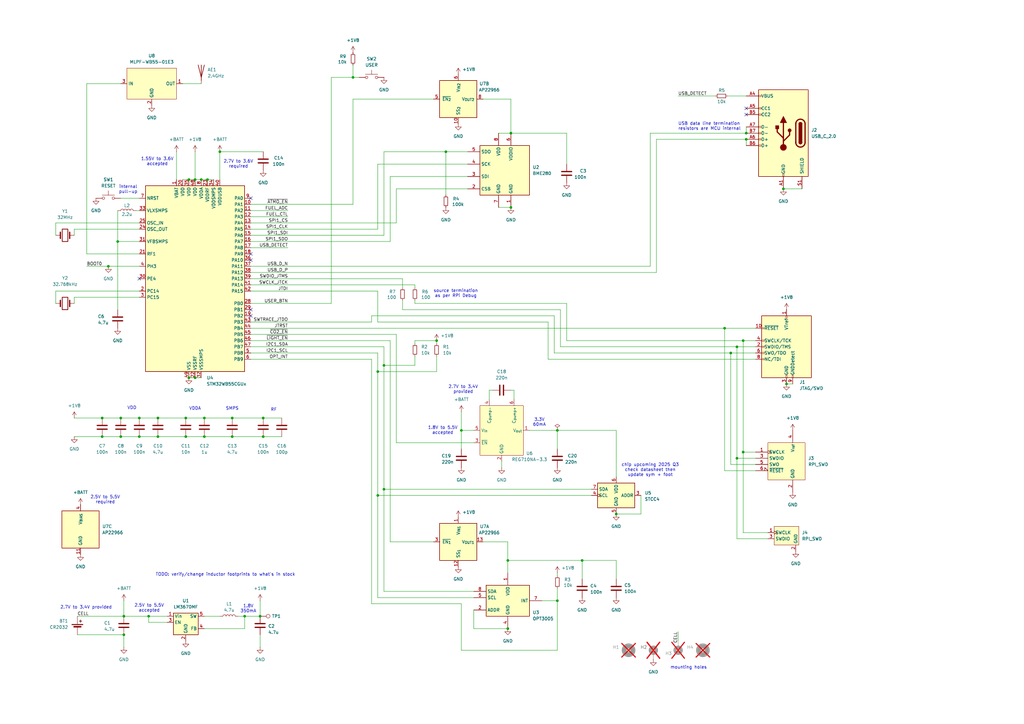
<source format=kicad_sch>
(kicad_sch (version 20250114) (generator "eeschema") (generator_version "9.0")
  (paper "A3")
  (title_block (title "Housens CHPT-L") (date "2025-01-29") (rev "002"))
  (text "SMPS" (at 95.25 167.64 0) (effects (font (size 1.27 1.27))))
  (text "1.8V to 5.5V\naccepted" (at 181.61 176.53 0) (effects (font (size 1.27 1.27))))
  (text "2.7V to 3.6V\nrequired" (at 97.79 67.31 0) (effects (font (size 1.27 1.27))))
  (text "2.5V to 5.5V\naccepted" (at 61.214 249.428 0) (effects (font (size 1.27 1.27))))
  (text "3.3V\n60mA" (at 221.234 173.228 0) (effects (font (size 1.27 1.27))))
  (text "2.7V to 3.4V provided" (at 35.306 249.174 0) (effects (font (size 1.27 1.27))))
  (text "internal\npull-up" (at 52.578 77.724 0) (effects (font (size 1.27 1.27))))
  (text "2.7V to 3.4V\nprovided" (at 189.992 159.766 0) (effects (font (size 1.27 1.27))))
  (text "TODO: verify/change inductor footprints to what's in stock" (at 92.456 235.712 0) (effects (font (size 1.27 1.27))))
  (text "1.8V\n350mA" (at 101.854 249.682 0) (effects (font (size 1.27 1.27))))
  (text "source termination\nas per RPi Debug" (at 186.944 120.396 0) (effects (font (size 1.27 1.27))))
  (text "mounting holes" (at 282.448 273.812 0) (effects (font (size 1.27 1.27))))
  (text "USB data line termination \nresistors are MCU internal" (at 278.13 51.816 0) (effects (font (size 1.27 1.27)) (justify left)))
  (text "chip upcoming 2025 Q3\ncheck datasheet then\nupdate sym + foot" (at 266.7 192.786 0) (effects (font (size 1.27 1.27))))
  (text "2.5V to 5.5V\nrequired" (at 43.18 204.978 0) (effects (font (size 1.27 1.27))))
  (text "RF" (at 112.268 168.148 0) (effects (font (size 1.27 1.27))))
  (text "VDDA" (at 80.01 167.64 0) (effects (font (size 1.27 1.27))))
  (text "VDD" (at 54.102 167.386 0) (effects (font (size 1.27 1.27))))
  (text "1.55V to 3.6V\naccepted" (at 64.516 66.294 0) (effects (font (size 1.27 1.27))))
  (junction (at 107.95 171.45))
  (junction (at 80.01 73.66))
  (junction (at 100.33 252.73))
  (junction (at 228.6 246.38))
  (junction (at 49.53 179.07))
  (junction (at 41.91 171.45))
  (junction (at 302.26 187.96))
  (junction (at 299.72 144.78))
  (junction (at 106.68 252.73))
  (junction (at 49.53 171.45))
  (junction (at 83.82 171.45))
  (junction (at 321.31 77.47))
  (junction (at 297.18 134.62))
  (junction (at 306.07 54.61))
  (junction (at 64.77 171.45))
  (junction (at 208.28 229.87))
  (junction (at 60.96 252.73))
  (junction (at 189.23 176.53))
  (junction (at 252.73 210.82))
  (junction (at 80.01 154.94))
  (junction (at 64.77 179.07))
  (junction (at 302.26 142.24))
  (junction (at 157.48 200.66))
  (junction (at 208.28 257.81))
  (junction (at 157.48 149.86))
  (junction (at 306.07 57.15))
  (junction (at 57.15 171.45))
  (junction (at 304.8 185.42))
  (junction (at 95.25 179.07))
  (junction (at 77.47 73.66))
  (junction (at 76.2 171.45))
  (junction (at 154.94 203.2))
  (junction (at 50.8 252.73))
  (junction (at 107.95 179.07))
  (junction (at 41.91 179.07))
  (junction (at 50.8 260.35))
  (junction (at 209.55 54.61))
  (junction (at 82.55 73.66))
  (junction (at 83.82 179.07))
  (junction (at 77.47 154.94))
  (junction (at 304.8 139.7))
  (junction (at 238.76 229.87))
  (junction (at 182.88 62.23))
  (junction (at 57.15 179.07))
  (junction (at 179.07 139.7))
  (junction (at 48.26 99.06))
  (junction (at 209.55 85.09))
  (junction (at 144.78 31.75))
  (junction (at 44.45 109.22))
  (junction (at 85.09 73.66))
  (junction (at 95.25 171.45))
  (junction (at 228.6 176.53))
  (junction (at 90.17 62.23))
  (junction (at 154.94 152.4))
  (junction (at 76.2 179.07))
  (junction (at 322.58 157.48))
  (no_connect (at 102.87 129.54))
  (no_connect (at 102.87 106.68))
  (no_connect (at 306.07 46.99))
  (no_connect (at 102.87 127))
  (no_connect (at 57.15 114.3))
  (no_connect (at 306.07 44.45))
  (no_connect (at 102.87 104.14))
  (no_connect (at 102.87 81.28))
  (wire (pts (xy 102.87 124.46) (xy 135.89 124.46)))
  (wire (pts (xy 170.18 123.19) (xy 170.18 124.46)))
  (wire (pts (xy 170.18 139.7) (xy 179.07 139.7)))
  (wire (pts (xy 154.94 203.2) (xy 242.57 203.2)))
  (wire (pts (xy 80.01 73.66) (xy 82.55 73.66)))
  (wire (pts (xy 106.68 246.38) (xy 106.68 252.73)))
  (wire (pts (xy 77.47 73.66) (xy 80.01 73.66)))
  (wire (pts (xy 35.56 104.14) (xy 35.56 34.29)))
  (wire (pts (xy 229.87 142.24) (xy 302.26 142.24)))
  (wire (pts (xy 49.53 171.45) (xy 57.15 171.45)))
  (wire (pts (xy 102.87 147.32) (xy 152.4 147.32)))
  (wire (pts (xy 299.72 190.5) (xy 299.72 144.78)))
  (wire (pts (xy 189.23 247.65) (xy 189.23 266.7)))
  (wire (pts (xy 102.87 86.36) (xy 118.11 86.36)))
  (wire (pts (xy 154.94 144.78) (xy 154.94 152.4)))
  (wire (pts (xy 162.56 181.61) (xy 194.31 181.61)))
  (wire (pts (xy 35.56 109.22) (xy 44.45 109.22)))
  (wire (pts (xy 160.02 99.06) (xy 160.02 72.39)))
  (wire (pts (xy 102.87 132.08) (xy 152.4 132.08)))
  (wire (pts (xy 102.87 93.98) (xy 154.94 93.98)))
  (wire (pts (xy 209.55 160.02) (xy 210.82 160.02)))
  (wire (pts (xy 80.01 154.94) (xy 82.55 154.94)))
  (wire (pts (xy 208.28 222.25) (xy 208.28 229.87)))
  (wire (pts (xy 107.95 171.45) (xy 115.57 171.45)))
  (wire (pts (xy 154.94 245.11) (xy 194.31 245.11)))
  (wire (pts (xy 224.79 147.32) (xy 309.88 147.32)))
  (wire (pts (xy 102.87 139.7) (xy 160.02 139.7)))
  (wire (pts (xy 57.15 179.07) (xy 64.77 179.07)))
  (wire (pts (xy 297.18 134.62) (xy 309.88 134.62)))
  (wire (pts (xy 160.02 72.39) (xy 191.77 72.39)))
  (wire (pts (xy 157.48 142.24) (xy 157.48 149.86)))
  (wire (pts (xy 82.55 73.66) (xy 85.09 73.66)))
  (wire (pts (xy 144.78 40.64) (xy 177.8 40.64)))
  (wire (pts (xy 179.07 146.05) (xy 179.07 152.4)))
  (wire (pts (xy 269.24 57.15) (xy 306.07 57.15)))
  (wire (pts (xy 144.78 40.64) (xy 144.78 83.82)))
  (wire (pts (xy 154.94 132.08) (xy 224.79 132.08)))
  (wire (pts (xy 147.32 31.75) (xy 144.78 31.75)))
  (wire (pts (xy 30.48 171.45) (xy 41.91 171.45)))
  (wire (pts (xy 304.8 185.42) (xy 304.8 139.7)))
  (wire (pts (xy 160.02 222.25) (xy 160.02 139.7)))
  (wire (pts (xy 170.18 124.46) (xy 232.41 124.46)))
  (wire (pts (xy 144.78 83.82) (xy 102.87 83.82)))
  (wire (pts (xy 262.89 210.82) (xy 252.73 210.82)))
  (wire (pts (xy 182.88 62.23) (xy 182.88 80.01)))
  (wire (pts (xy 157.48 242.57) (xy 194.31 242.57)))
  (wire (pts (xy 299.72 144.78) (xy 309.88 144.78)))
  (wire (pts (xy 77.47 154.94) (xy 80.01 154.94)))
  (wire (pts (xy 102.87 96.52) (xy 157.48 96.52)))
  (wire (pts (xy 60.96 255.27) (xy 60.96 252.73)))
  (wire (pts (xy 209.55 40.64) (xy 209.55 54.61)))
  (wire (pts (xy 198.12 40.64) (xy 209.55 40.64)))
  (wire (pts (xy 72.39 62.23) (xy 72.39 73.66)))
  (wire (pts (xy 83.82 179.07) (xy 95.25 179.07)))
  (wire (pts (xy 64.77 171.45) (xy 76.2 171.45)))
  (wire (pts (xy 102.87 101.6) (xy 118.11 101.6)))
  (wire (pts (xy 83.82 171.45) (xy 95.25 171.45)))
  (wire (pts (xy 227.33 144.78) (xy 299.72 144.78)))
  (wire (pts (xy 30.48 93.98) (xy 30.48 96.52)))
  (wire (pts (xy 194.31 176.53) (xy 189.23 176.53)))
  (wire (pts (xy 50.8 252.73) (xy 60.96 252.73)))
  (wire (pts (xy 64.77 179.07) (xy 76.2 179.07)))
  (wire (pts (xy 22.86 119.38) (xy 22.86 124.46)))
  (wire (pts (xy 165.1 114.3) (xy 165.1 118.11)))
  (wire (pts (xy 252.73 176.53) (xy 252.73 195.58)))
  (wire (pts (xy 74.93 34.29) (xy 82.55 34.29)))
  (wire (pts (xy 154.94 67.31) (xy 191.77 67.31)))
  (wire (pts (xy 179.07 152.4) (xy 154.94 152.4)))
  (wire (pts (xy 297.18 193.04) (xy 297.18 134.62)))
  (wire (pts (xy 162.56 91.44) (xy 162.56 77.47)))
  (wire (pts (xy 85.09 73.66) (xy 87.63 73.66)))
  (wire (pts (xy 60.96 255.27) (xy 68.58 255.27)))
  (wire (pts (xy 162.56 77.47) (xy 191.77 77.47)))
  (wire (pts (xy 30.48 121.92) (xy 57.15 121.92)))
  (wire (pts (xy 44.45 109.22) (xy 57.15 109.22)))
  (wire (pts (xy 102.87 137.16) (xy 162.56 137.16)))
  (wire (pts (xy 210.82 160.02) (xy 210.82 163.83)))
  (wire (pts (xy 41.91 179.07) (xy 49.53 179.07)))
  (wire (pts (xy 50.8 246.38) (xy 50.8 252.73)))
  (wire (pts (xy 194.31 250.19) (xy 194.31 257.81)))
  (wire (pts (xy 238.76 237.49) (xy 238.76 229.87)))
  (wire (pts (xy 204.47 54.61) (xy 209.55 54.61)))
  (wire (pts (xy 204.47 85.09) (xy 209.55 85.09)))
  (wire (pts (xy 157.48 200.66) (xy 242.57 200.66)))
  (wire (pts (xy 227.33 129.54) (xy 227.33 144.78)))
  (wire (pts (xy 182.88 62.23) (xy 191.77 62.23)))
  (wire (pts (xy 102.87 119.38) (xy 154.94 119.38)))
  (wire (pts (xy 322.58 157.48) (xy 325.12 157.48)))
  (wire (pts (xy 154.94 93.98) (xy 154.94 67.31)))
  (wire (pts (xy 30.48 179.07) (xy 41.91 179.07)))
  (wire (pts (xy 170.18 139.7) (xy 170.18 140.97)))
  (wire (pts (xy 152.4 247.65) (xy 189.23 247.65)))
  (wire (pts (xy 309.88 185.42) (xy 304.8 185.42)))
  (wire (pts (xy 228.6 234.95) (xy 228.6 236.22)))
  (wire (pts (xy 304.8 139.7) (xy 309.88 139.7)))
  (wire (pts (xy 309.88 190.5) (xy 299.72 190.5)))
  (wire (pts (xy 321.31 77.47) (xy 328.93 77.47)))
  (wire (pts (xy 90.17 62.23) (xy 107.95 62.23)))
  (wire (pts (xy 48.26 99.06) (xy 48.26 86.36)))
  (wire (pts (xy 278.13 259.08) (xy 278.13 262.89)))
  (wire (pts (xy 170.18 116.84) (xy 170.18 118.11)))
  (wire (pts (xy 208.28 229.87) (xy 208.28 234.95)))
  (wire (pts (xy 83.82 252.73) (xy 90.17 252.73)))
  (wire (pts (xy 314.96 218.44) (xy 304.8 218.44)))
  (wire (pts (xy 232.41 54.61) (xy 209.55 54.61)))
  (wire (pts (xy 157.48 200.66) (xy 157.48 242.57)))
  (wire (pts (xy 144.78 26.67) (xy 144.78 31.75)))
  (wire (pts (xy 57.15 99.06) (xy 48.26 99.06)))
  (wire (pts (xy 48.26 99.06) (xy 48.26 127)))
  (wire (pts (xy 232.41 67.31) (xy 232.41 54.61)))
  (wire (pts (xy 228.6 176.53) (xy 228.6 184.15)))
  (wire (pts (xy 154.94 152.4) (xy 154.94 203.2)))
  (wire (pts (xy 102.87 134.62) (xy 297.18 134.62)))
  (wire (pts (xy 102.87 111.76) (xy 269.24 111.76)))
  (wire (pts (xy 200.66 163.83) (xy 200.66 160.02)))
  (wire (pts (xy 106.68 252.73) (xy 100.33 252.73)))
  (wire (pts (xy 262.89 203.2) (xy 262.89 210.82)))
  (wire (pts (xy 232.41 139.7) (xy 304.8 139.7)))
  (wire (pts (xy 76.2 171.45) (xy 83.82 171.45)))
  (wire (pts (xy 135.89 31.75) (xy 135.89 124.46)))
  (wire (pts (xy 157.48 62.23) (xy 182.88 62.23)))
  (wire (pts (xy 309.88 187.96) (xy 302.26 187.96)))
  (wire (pts (xy 95.25 171.45) (xy 107.95 171.45)))
  (wire (pts (xy 269.24 111.76) (xy 269.24 57.15)))
  (wire (pts (xy 306.07 57.15) (xy 306.07 59.69)))
  (wire (pts (xy 266.7 54.61) (xy 306.07 54.61)))
  (wire (pts (xy 222.25 246.38) (xy 228.6 246.38)))
  (wire (pts (xy 102.87 99.06) (xy 160.02 99.06)))
  (wire (pts (xy 189.23 176.53) (xy 189.23 184.15)))
  (wire (pts (xy 208.28 229.87) (xy 238.76 229.87)))
  (wire (pts (xy 57.15 171.45) (xy 64.77 171.45)))
  (wire (pts (xy 302.26 187.96) (xy 302.26 142.24)))
  (wire (pts (xy 22.86 91.44) (xy 22.86 96.52)))
  (wire (pts (xy 35.56 34.29) (xy 49.53 34.29)))
  (wire (pts (xy 228.6 246.38) (xy 228.6 241.3)))
  (wire (pts (xy 157.48 149.86) (xy 157.48 200.66)))
  (wire (pts (xy 157.48 96.52) (xy 157.48 62.23)))
  (wire (pts (xy 102.87 91.44) (xy 162.56 91.44)))
  (wire (pts (xy 314.96 220.98) (xy 302.26 220.98)))
  (wire (pts (xy 80.01 62.23) (xy 80.01 73.66)))
  (wire (pts (xy 102.87 88.9) (xy 118.11 88.9)))
  (wire (pts (xy 22.86 91.44) (xy 57.15 91.44)))
  (wire (pts (xy 306.07 52.07) (xy 306.07 54.61)))
  (wire (pts (xy 106.68 260.35) (xy 106.68 265.43)))
  (wire (pts (xy 30.48 124.46) (xy 30.48 121.92)))
  (wire (pts (xy 228.6 176.53) (xy 252.73 176.53)))
  (wire (pts (xy 224.79 132.08) (xy 224.79 147.32)))
  (wire (pts (xy 107.95 179.07) (xy 115.57 179.07)))
  (wire (pts (xy 189.23 176.53) (xy 189.23 168.91)))
  (wire (pts (xy 194.31 257.81) (xy 208.28 257.81)))
  (wire (pts (xy 154.94 203.2) (xy 154.94 245.11)))
  (wire (pts (xy 90.17 62.23) (xy 90.17 73.66)))
  (wire (pts (xy 31.75 260.35) (xy 50.8 260.35)))
  (wire (pts (xy 152.4 147.32) (xy 152.4 247.65)))
  (wire (pts (xy 304.8 218.44) (xy 304.8 185.42)))
  (wire (pts (xy 229.87 127) (xy 229.87 142.24)))
  (wire (pts (xy 266.7 109.22) (xy 266.7 54.61)))
  (wire (pts (xy 100.33 257.81) (xy 100.33 252.73)))
  (wire (pts (xy 102.87 114.3) (xy 165.1 114.3)))
  (wire (pts (xy 60.96 252.73) (xy 68.58 252.73)))
  (wire (pts (xy 165.1 127) (xy 229.87 127)))
  (wire (pts (xy 102.87 116.84) (xy 170.18 116.84)))
  (wire (pts (xy 35.56 104.14) (xy 57.15 104.14)))
  (wire (pts (xy 83.82 257.81) (xy 100.33 257.81)))
  (wire (pts (xy 49.53 179.07) (xy 57.15 179.07)))
  (wire (pts (xy 49.53 81.28) (xy 57.15 81.28)))
  (wire (pts (xy 298.45 39.37) (xy 306.07 39.37)))
  (wire (pts (xy 252.73 237.49) (xy 252.73 229.87)))
  (wire (pts (xy 31.75 252.73) (xy 50.8 252.73)))
  (wire (pts (xy 160.02 222.25) (xy 177.8 222.25)))
  (wire (pts (xy 252.73 229.87) (xy 238.76 229.87)))
  (wire (pts (xy 102.87 109.22) (xy 266.7 109.22)))
  (wire (pts (xy 102.87 142.24) (xy 157.48 142.24)))
  (wire (pts (xy 102.87 144.78) (xy 154.94 144.78)))
  (wire (pts (xy 293.37 39.37) (xy 278.13 39.37)))
  (wire (pts (xy 302.26 142.24) (xy 309.88 142.24)))
  (wire (pts (xy 22.86 119.38) (xy 57.15 119.38)))
  (wire (pts (xy 232.41 124.46) (xy 232.41 139.7)))
  (wire (pts (xy 55.88 86.36) (xy 57.15 86.36)))
  (wire (pts (xy 165.1 123.19) (xy 165.1 127)))
  (wire (pts (xy 170.18 146.05) (xy 170.18 149.86)))
  (wire (pts (xy 154.94 132.08) (xy 154.94 119.38)))
  (wire (pts (xy 205.74 191.77) (xy 205.74 189.23)))
  (wire (pts (xy 179.07 139.7) (xy 179.07 140.97)))
  (wire (pts (xy 228.6 266.7) (xy 228.6 246.38)))
  (wire (pts (xy 217.17 176.53) (xy 228.6 176.53)))
  (wire (pts (xy 189.23 266.7) (xy 228.6 266.7)))
  (wire (pts (xy 41.91 171.45) (xy 49.53 171.45)))
  (wire (pts (xy 162.56 137.16) (xy 162.56 181.61)))
  (wire (pts (xy 200.66 160.02) (xy 201.93 160.02)))
  (wire (pts (xy 302.26 220.98) (xy 302.26 187.96)))
  (wire (pts (xy 144.78 31.75) (xy 135.89 31.75)))
  (wire (pts (xy 74.93 73.66) (xy 77.47 73.66)))
  (wire (pts (xy 152.4 129.54) (xy 227.33 129.54)))
  (wire (pts (xy 198.12 222.25) (xy 208.28 222.25)))
  (wire (pts (xy 76.2 179.07) (xy 83.82 179.07)))
  (wire (pts (xy 50.8 260.35) (xy 50.8 265.43)))
  (wire (pts (xy 309.88 193.04) (xy 297.18 193.04)))
  (wire (pts (xy 95.25 179.07) (xy 107.95 179.07)))
  (wire (pts (xy 30.48 93.98) (xy 57.15 93.98)))
  (wire (pts (xy 157.48 149.86) (xy 170.18 149.86)))
  (wire (pts (xy 152.4 129.54) (xy 152.4 132.08)))
  (wire (pts (xy 100.33 252.73) (xy 97.79 252.73)))
  (label "JTDI" (at 118.11 119.38 180))
  (label "USB_DETECT" (at 278.13 39.37 0))
  (label "USER_BTN" (at 118.11 124.46 180))
  (label "~{CO2_EN}" (at 118.11 137.16 180))
  (label "FUEL_ADC" (at 118.11 86.36 180))
  (label "USB_DETECT" (at 118.11 101.6 180))
  (label "BOOT0" (at 35.56 109.22 0))
  (label "I2C1_SCL" (at 118.11 144.78 180))
  (label "SPI1_SDO" (at 118.11 99.06 180))
  (label "SWDIO_JTMS" (at 118.11 114.3 180))
  (label "USB_D_N" (at 118.11 109.22 180))
  (label "~{LIGHT_EN}" (at 118.11 139.7 180))
  (label "CELL" (at 31.75 252.73 0))
  (label "FUEL_CTL" (at 118.11 88.9 180))
  (label "SPI1_CS" (at 118.11 91.44 180))
  (label "USB_D_P" (at 118.11 111.76 180))
  (label "SWCLK_JTCK" (at 118.11 116.84 180))
  (label "SPI1_SDI" (at 118.11 96.52 180))
  (label "SPI1_CLK" (at 118.11 93.98 180))
  (label "CELL" (at 278.13 259.08 270))
  (label "I2C1_SDA" (at 118.11 142.24 180))
  (label "OPT_INT" (at 118.11 147.32 180))
  (label "~{ATMO_EN}" (at 118.11 83.82 180))
  (label "JTRST" (at 118.11 134.62 180))
  (label "SWTRACE_JTDO" (at 118.11 132.08 180))
  (symbol (lib_id "power:GND") (at 187.96 232.41 0) (unit 1)
    (property "Reference" "#PWR07" (effects (hide yes)))
    (property "Value" "GND" (at 187.96 237.49 0))
    (property "Description" "Power symbol creates a global label with name \"GND\" , ground" (effects (hide yes)))
  )
  (symbol (lib_id "MCU_ST_STM32WB:STM32WB55CGUx") (at 80.01 114.3 0) (unit 1)
    (property "Reference" "U4" (at 84.7441 154.94 0) (effects (justify left)))
    (property "Value" "STM32WB55CGUx" (at 84.7441 157.48 0) (effects (justify left)))
    (property "Footprint" "Package_DFN_QFN:QFN-48-1EP_7x7mm_P0.5mm_EP3.5x3.5mm" (effects (hide yes)))
    (property "Datasheet" "https://www.st.com/resource/en/datasheet/stm32wb55cg.pdf" (effects (hide yes)))
    (property "Description" "STMicroelectronics Arm Cortex-M4 MCU, 1024KB flash, 256KB RAM, 64 MHz, 1.71-3.6V, 30 GPIO, UFQFPN48" (effects (hide yes)))
  )
  (symbol (lib_id "Device:C") (at 48.26 130.81 0) (unit 1)
    (property "Reference" "C6" (at 40.132 129.794 0) (effects (justify left)))
    (property "Value" "4.7u" (at 40.132 132.334 0) (effects (justify left)))
    (property "Footprint" "Capacitor_SMD:C_0603_1608Metric" (effects (hide yes)))
    (property "Description" "Unpolarized capacitor" (effects (hide yes)))
  )
  (symbol (lib_id "Connector:USB_C_Receptacle_USB2.0_14P") (at 321.31 54.61 0) (mirror y) (unit 1)
    (property "Reference" "J2" (at 332.74 53.3399 0) (effects (justify right)))
    (property "Value" "USB_C_2.0" (at 332.74 55.8799 0) (effects (justify right)))
    (property "Footprint" "Connector_USB:USB_C_Receptacle_GCT_USB4085" (effects (hide yes)))
    (property "Datasheet" "https://www.usb.org/sites/default/files/documents/usb_type-c.zip" (effects (hide yes)))
    (property "Description" "USB 2.0-only 14P Type-C Receptacle connector" (effects (hide yes)))
  )
  (symbol (lib_id "power:GND") (at 157.48 31.75 0) (mirror y) (unit 1)
    (property "Reference" "#PWR032" (effects (hide yes)))
    (property "Value" "GND" (at 157.48 36.83 0))
    (property "Description" "Power symbol creates a global label with name \"GND\" , ground" (effects (hide yes)))
  )
  (symbol (lib_id "Device:Crystal") (at 26.67 124.46 0) (unit 1)
    (property "Reference" "Y2" (at 26.67 114.046 0))
    (property "Value" "32.768kHz" (at 26.67 116.586 0))
    (property "Footprint" "Crystal:Crystal_C38-LF_D3.0mm_L8.0mm_Horizontal" (effects (hide yes)))
    (property "Description" "Two pin crystal" (effects (hide yes)))
  )
  (symbol (lib_id "PCM_OPT3005DTSR:OPT3005DTSR") (at 222.25 242.57 0) (mirror y) (unit 1)
    (property "Reference" "U3" (at 218.44 251.206 0) (effects (justify right)))
    (property "Value" "OPT3005" (at 218.44 253.746 0) (effects (justify right)))
    (property "Footprint" "Imported:OPT3005DTSR" (effects (hide yes)))
    (property "Datasheet" "https://www.ti.com/lit/ds/symlink/opt3005.pdf?ts=1686089569582" (effects (hide yes)))
    (property "Description" "Ambient Light Sensors Ambient light sensor (ALS) for video surveillance cameras 8-SOT-5X3 -40 to 85" (effects (hide yes)))
    (property "Height" "0.6" (effects (hide yes)))
    (property "Manufacturer_Name" "Texas Instruments" (effects (hide yes)))
    (property "Manufacturer_Part_Number" "OPT3005DTSR" (effects (hide yes)))
    (property "Mouser Part Number" "595-OPT3005DTSR" (effects (hide yes)))
    (property "Mouser Price/Stock" "https://www.mouser.co.uk/ProductDetail/Texas-Instruments/OPT3005DTSR?qs=rQFj71Wb1eVESsetj%252BR9Tg%3D%3D" (effects (hide yes)))
    (property "Arrow Part Number" "OPT3005DTSR" (effects (hide yes)))
    (property "Arrow Price/Stock" "null?region=nac" (effects (hide yes)))
  )
  (symbol (lib_id "Device:R_Small") (at 179.07 143.51 0) (unit 1)
    (property "Reference" "R1" (at 181.61 142.2399 0) (effects (justify left)))
    (property "Value" "10k" (at 181.61 144.7799 0) (effects (justify left)))
    (property "Footprint" "Resistor_SMD:R_0603_1608Metric" (effects (hide yes)))
    (property "Description" "Resistor, small symbol" (effects (hide yes)))
  )
  (symbol (lib_id "Device:C") (at 107.95 66.04 0) (mirror y) (unit 1)
    (property "Reference" "C14" (at 114.3 64.77 0))
    (property "Value" "100n" (at 114.3 67.31 0))
    (property "Footprint" "Capacitor_SMD:C_0603_1608Metric" (effects (hide yes)))
    (property "Description" "Unpolarized capacitor" (effects (hide yes)))
  )
  (symbol (lib_id "PCM_SL_Mechanical:MountingHole_M3") (at 257.81 266.7 0) (mirror y) (unit 1) (dnp yes)
    (property "Reference" "H1" (at 254 265.4299 0) (effects (justify left)))
    (property "Value" "MountingHole_M3" (effects (hide yes)))
    (property "Footprint" "MountingHole:MountingHole_3.2mm_M3" (effects (hide yes)))
    (property "Description" "3.2mm Diameter Mounting Hole (M3)" (effects (hide yes)))
  )
  (symbol (lib_id "Device:C") (at 232.41 71.12 0) (mirror y) (unit 1)
    (property "Reference" "C3" (at 240.538 70.104 0) (effects (justify left)))
    (property "Value" "100n" (at 240.538 72.644 0) (effects (justify left)))
    (property "Footprint" "Capacitor_SMD:C_0603_1608Metric" (effects (hide yes)))
    (property "Description" "Unpolarized capacitor" (effects (hide yes)))
  )
  (symbol (lib_id "power:GND") (at 77.47 154.94 0) (unit 1)
    (property "Reference" "#PWR016" (effects (hide yes)))
    (property "Value" "GND" (at 77.47 160.02 0))
    (property "Description" "Power symbol creates a global label with name \"GND\" , ground" (effects (hide yes)))
  )
  (symbol (lib_id "power:GND") (at 321.31 77.47 0) (unit 1)
    (property "Reference" "#PWR026" (effects (hide yes)))
    (property "Value" "GND" (at 321.31 82.55 0))
    (property "Description" "Power symbol creates a global label with name \"GND\" , ground" (effects (hide yes)))
  )
  (symbol (lib_id "Device:C") (at 252.73 241.3 0) (mirror y) (unit 1)
    (property "Reference" "C5" (at 256.032 240.03 0) (effects (justify right)))
    (property "Value" "100n" (at 256.032 242.57 0) (effects (justify right)))
    (property "Footprint" "Capacitor_SMD:C_0603_1608Metric" (effects (hide yes)))
    (property "Description" "Unpolarized capacitor" (effects (hide yes)))
  )
  (symbol (lib_id "Device:C") (at 49.53 175.26 0) (mirror y) (unit 1)
    (property "Reference" "C8" (at 49.53 182.88 0))
    (property "Value" "100n" (at 49.53 185.42 0))
    (property "Footprint" "Capacitor_SMD:C_0603_1608Metric" (effects (hide yes)))
    (property "Description" "Unpolarized capacitor" (effects (hide yes)))
  )
  (symbol (lib_id "Device:Crystal") (at 26.67 96.52 0) (unit 1)
    (property "Reference" "Y1" (at 26.67 86.614 0))
    (property "Value" "32MHz" (at 26.67 89.154 0))
    (property "Footprint" "Crystal:Crystal_C38-LF_D3.0mm_L8.0mm_Horizontal" (effects (hide yes)))
    (property "Description" "Two pin crystal" (effects (hide yes)))
  )
  (symbol (lib_id "power:GND") (at 252.73 210.82 0) (unit 1)
    (property "Reference" "#PWR035" (effects (hide yes)))
    (property "Value" "GND" (at 252.73 215.9 0))
    (property "Description" "Power symbol creates a global label with name \"GND\" , ground" (effects (hide yes)))
  )
  (symbol (lib_id "power:+1V8") (at 187.96 30.48 0) (unit 1)
    (property "Reference" "#PWR031" (effects (hide yes)))
    (property "Value" "+1V8" (at 192.278 28.448 0))
    (property "Description" "Power symbol creates a global label with name \"+1V8\"" (effects (hide yes)))
  )
  (symbol (lib_id "Device:C") (at 50.8 256.54 0) (unit 1)
    (property "Reference" "C1" (at 42.672 255.524 0) (effects (justify left)))
    (property "Value" "4.7u" (at 42.672 258.064 0) (effects (justify left)))
    (property "Footprint" "Capacitor_SMD:C_0603_1608Metric" (effects (hide yes)))
    (property "Description" "Unpolarized capacitor" (effects (hide yes)))
  )
  (symbol (lib_id "Invented:RPI_Debug_TC2030") (at 322.58 189.23 0) (unit 1) (in_bom no)
    (property "Reference" "J3" (at 331.47 187.9599 0) (effects (justify left)))
    (property "Value" "RPI_SWD" (at 331.47 190.4999 0) (effects (justify left)))
    (property "Footprint" "Connector:Tag-Connect_TC2030-IDC-NL_2x03_P1.27mm_Vertical" (effects (hide yes)))
    (property "Datasheet" "https://datasheets.raspberrypi.com/debug/debug-connector-specification.pdf" (effects (hide yes)))
    (property "Description" "TC2030 layout for RPi Debug. 1,2,3=same, 4=Vref, 5=SWO, 6=RST" (effects (hide yes)))
  )
  (symbol (lib_id "Device:C") (at 83.82 175.26 0) (mirror y) (unit 1)
    (property "Reference" "C12" (at 83.82 182.88 0))
    (property "Value" "1u" (at 83.82 185.42 0))
    (property "Footprint" "Capacitor_SMD:C_0603_1608Metric" (effects (hide yes)))
    (property "Description" "Unpolarized capacitor" (effects (hide yes)))
  )
  (symbol (lib_id "Device:C") (at 57.15 175.26 0) (mirror y) (unit 1)
    (property "Reference" "C9" (at 57.15 182.88 0))
    (property "Value" "100n" (at 57.15 185.42 0))
    (property "Footprint" "Capacitor_SMD:C_0603_1608Metric" (effects (hide yes)))
    (property "Description" "Unpolarized capacitor" (effects (hide yes)))
  )
  (symbol (lib_id "power:GND") (at 30.48 179.07 0) (unit 1)
    (property "Reference" "#PWR021" (effects (hide yes)))
    (property "Value" "GND" (at 30.48 184.15 0))
    (property "Description" "Power symbol creates a global label with name \"GND\" , ground" (effects (hide yes)))
  )
  (symbol (lib_id "Switch:SW_Push") (at 152.4 31.75 0) (mirror y) (unit 1)
    (property "Reference" "SW2" (at 152.4 24.13 0))
    (property "Value" "USER" (at 152.4 26.67 0))
    (property "Footprint" "Button_Switch_THT:SW_PUSH_6mm" (effects (hide yes)))
    (property "Description" "Push button switch, generic, two pins" (effects (hide yes)))
  )
  (symbol (lib_id "power:PWR_FLAG") (at 228.6 176.53 0) (unit 1)
    (property "Reference" "#FLG01" (effects (hide yes)))
    (property "Value" "PWR_FLAG" (effects (hide yes)))
    (property "Description" "Special symbol for telling ERC where power comes from" (effects (hide yes)))
  )
  (symbol (lib_id "Regulator_Switching:LM3670MF") (at 76.2 255.27 0) (unit 1)
    (property "Reference" "U1" (at 76.2 246.38 0))
    (property "Value" "LM3670MF" (at 76.2 248.92 0))
    (property "Footprint" "Package_TO_SOT_SMD:TSOT-23-5" (effects (hide yes)))
    (property "Datasheet" "http://www.ti.com/lit/ds/symlink/lm3670.pdf" (effects (hide yes)))
    (property "Description" "Miniature Step-Down DC-DC Converter for Ultralow Voltage Circuits, 2.5V < Vin < 5.5V, adjustable output voltage, SOT-23-5" (effects (hide yes)))
    (property "Part" "LM3670MFX-1.8/NOPB " (effects (hide yes)))
  )
  (symbol (lib_id "Device:C") (at 41.91 175.26 0) (mirror y) (unit 1)
    (property "Reference" "C7" (at 41.91 182.88 0))
    (property "Value" "100n" (at 41.91 185.42 0))
    (property "Footprint" "Capacitor_SMD:C_0603_1608Metric" (effects (hide yes)))
    (property "Description" "Unpolarized capacitor" (effects (hide yes)))
  )
  (symbol (lib_id "power:+1V8") (at 325.12 176.53 0) (unit 1)
    (property "Reference" "#PWR045" (effects (hide yes)))
    (property "Value" "+1V8" (at 325.12 171.45 0))
    (property "Description" "Power symbol creates a global label with name \"+1V8\"" (effects (hide yes)))
  )
  (symbol (lib_id "power:GND") (at 107.95 69.85 0) (unit 1)
    (property "Reference" "#PWR025" (effects (hide yes)))
    (property "Value" "GND" (at 107.95 74.93 0))
    (property "Description" "Power symbol creates a global label with name \"GND\" , ground" (effects (hide yes)))
  )
  (symbol (lib_id "Device:L") (at 93.98 252.73 90) (unit 1)
    (property "Reference" "L1" (at 93.98 247.65 90))
    (property "Value" "4.7u" (at 93.98 250.19 90))
    (property "Footprint" "Imported:L_Wuerth_WE-TPC-2811" (effects (hide yes)))
    (property "Datasheet" "https://www.we-online.com/components/products/datasheet/744028004.pdf" (effects (hide yes)))
    (property "Description" "WE-TPC SMT Shielded Tiny Power Inductor, 4.7uH" (effects (hide yes)))
  )
  (symbol (lib_id "Device:C") (at 95.25 175.26 0) (mirror y) (unit 1)
    (property "Reference" "C13" (at 95.25 182.88 0))
    (property "Value" "4.7u" (at 95.25 185.42 0))
    (property "Footprint" "Capacitor_SMD:C_0603_1608Metric" (effects (hide yes)))
    (property "Description" "Unpolarized capacitor" (effects (hide yes)))
  )
  (symbol (lib_id "power:+1V8") (at 179.07 139.7 0) (unit 1)
    (property "Reference" "#PWR06" (effects (hide yes)))
    (property "Value" "+1V8" (at 183.388 137.668 0))
    (property "Description" "Power symbol creates a global label with name \"+1V8\"" (effects (hide yes)))
  )
  (symbol (lib_id "power:GND") (at 205.74 191.77 0) (unit 1)
    (property "Reference" "#PWR036" (effects (hide yes)))
    (property "Value" "GND" (at 205.74 196.85 0))
    (property "Description" "Power symbol creates a global label with name \"GND\" , ground" (effects (hide yes)))
  )
  (symbol (lib_id "Device:C") (at 115.57 175.26 0) (mirror y) (unit 1)
    (property "Reference" "C16" (at 115.57 182.88 0))
    (property "Value" "100p" (at 115.57 185.42 0))
    (property "Footprint" "Capacitor_SMD:C_0603_1608Metric" (effects (hide yes)))
    (property "Description" "Unpolarized capacitor" (effects (hide yes)))
  )
  (symbol (lib_id "Device:Battery_Cell") (at 31.75 257.81 0) (unit 1)
    (property "Reference" "BT1" (at 27.94 254.6984 0) (effects (justify right)))
    (property "Value" "CR2032" (at 27.94 257.2384 0) (effects (justify right)))
    (property "Footprint" "Invented:BAT-HLD-001_2Pins" (effects (hide yes)))
    (property "Datasheet" "https://www.mouser.com/datasheet/2/418/9/LNNC_S_A0002913840_1-3237435.pdf" (effects (hide yes)))
    (property "Description" "Linx/TE SMT Battery Holder for CR2032/CR2025" (effects (hide yes)))
  )
  (symbol (lib_id "Device:Antenna") (at 82.55 29.21 0) (unit 1)
    (property "Reference" "AE1" (at 85.09 28.5749 0) (effects (justify left)))
    (property "Value" "2.4GHz" (at 85.09 31.1149 0) (effects (justify left)))
    (property "Footprint" "Invented:Texas_SWRA117D_2.4GHz_Right_BigHole" (effects (hide yes)))
    (property "Datasheet" "https://www.ti.com/lit/an/swra117d/swra117d.pdf" (effects (hide yes)))
    (property "Description" "Antenna" (effects (hide yes)))
  )
  (symbol (lib_id "power:GND") (at 252.73 245.11 0) (unit 1)
    (property "Reference" "#PWR012" (effects (hide yes)))
    (property "Value" "GND" (at 252.73 250.19 0))
    (property "Description" "Power symbol creates a global label with name \"GND\" , ground" (effects (hide yes)))
  )
  (symbol (lib_id "Device:C") (at 76.2 175.26 0) (mirror y) (unit 1)
    (property "Reference" "C11" (at 76.2 182.88 0))
    (property "Value" "10n" (at 76.2 185.42 0))
    (property "Footprint" "Capacitor_SMD:C_0603_1608Metric" (effects (hide yes)))
    (property "Description" "Unpolarized capacitor" (effects (hide yes)))
  )
  (symbol (lib_id "Invented:RPI_Debug_JST_SH") (at 322.58 219.71 0) (unit 1)
    (property "Reference" "J4" (at 328.93 218.4399 0) (effects (justify left)))
    (property "Value" "RPI_SWD" (at 328.93 220.9799 0) (effects (justify left)))
    (property "Footprint" "Connector_JST:JST_SH_SM03B-SRSS-TB_1x03-1MP_P1.00mm_Horizontal" (effects (hide yes)))
    (property "Datasheet" "https://datasheets.raspberrypi.com/debug/debug-connector-specification.pdf" (effects (hide yes)))
    (property "Description" "Standard layout for RPi Debug" (effects (hide yes)))
  )
  (symbol (lib_id "Device:R_Small") (at 182.88 82.55 0) (unit 1)
    (property "Reference" "R4" (at 185.674 81.534 0) (effects (justify left)))
    (property "Value" "100k" (at 185.42 83.8199 0) (effects (justify left)))
    (property "Footprint" "Resistor_SMD:R_0603_1608Metric" (effects (hide yes)))
    (property "Description" "Resistor, small symbol" (effects (hide yes)))
  )
  (symbol (lib_id "Device:R_Small") (at 170.18 120.65 0) (unit 1)
    (property "Reference" "R6" (at 172.974 119.634 0) (effects (justify left)))
    (property "Value" "100" (at 172.72 121.9199 0) (effects (justify left)))
    (property "Footprint" "Resistor_SMD:R_0603_1608Metric" (effects (hide yes)))
    (property "Description" "Resistor, small symbol" (effects (hide yes)))
  )
  (symbol (lib_id "power:+1V8") (at 187.96 212.09 0) (unit 1)
    (property "Reference" "#PWR029" (effects (hide yes)))
    (property "Value" "+1V8" (at 192.278 210.058 0))
    (property "Description" "Power symbol creates a global label with name \"+1V8\"" (effects (hide yes)))
  )
  (symbol (lib_id "power:GND") (at 39.37 81.28 0) (unit 1)
    (property "Reference" "#PWR017" (effects (hide yes)))
    (property "Value" "GND" (at 39.37 86.36 0))
    (property "Description" "Power symbol creates a global label with name \"GND\" , ground" (effects (hide yes)))
  )
  (symbol (lib_id "power:GND") (at 209.55 85.09 0) (unit 1)
    (property "Reference" "#PWR010" (effects (hide yes)))
    (property "Value" "GND" (at 209.55 90.17 0))
    (property "Description" "Power symbol creates a global label with name \"GND\" , ground" (effects (hide yes)))
  )
  (symbol (lib_id "Mechanical:MountingHole_Pad") (at 267.97 267.97 0) (unit 1) (exclude_from_sim yes) (in_bom no) (dnp yes)
    (property "Reference" "H2" (at 265.43 265.4299 0) (effects (justify right)))
    (property "Value" "MountingHole_Pad" (effects (hide yes)))
    (property "Footprint" "MountingHole:MountingHole_3.2mm_M3_DIN965_Pad" (effects (hide yes)))
    (property "Description" "Mounting Hole with connection" (effects (hide yes)))
  )
  (symbol (lib_id "Invented:STCC4") (at 252.73 203.2 0) (mirror y) (unit 1)
    (property "Reference" "U5" (at 264.414 202.184 0) (effects (justify right)))
    (property "Value" "STCC4" (at 264.414 204.724 0) (effects (justify right)))
    (property "Footprint" "Invented:STCC4-PROVISIONAL" (effects (hide yes)))
    (property "Datasheet" "https://sensirion.com/products/catalog/STCC4" (effects (hide yes)))
    (property "Description" "Thermal conductivity CO2 sensor, I2C, Base accuracy  400 - 5000 ppm, +/-100ppm" (effects (hide yes)))
  )
  (symbol (lib_id "Device:R_Small") (at 295.91 39.37 90) (unit 1)
    (property "Reference" "R5" (at 294.64 37.0841 90) (effects (justify right)))
    (property "Value" "10k" (at 294.132 41.656 90) (effects (justify right)))
    (property "Footprint" "Resistor_SMD:R_0603_1608Metric" (effects (hide yes)))
    (property "Description" "Resistor, small symbol" (effects (hide yes)))
  )
  (symbol (lib_id "power:GND") (at 62.23 43.18 0) (unit 1)
    (property "Reference" "#PWR042" (effects (hide yes)))
    (property "Value" "GND" (at 62.23 48.26 0))
    (property "Description" "Power symbol creates a global label with name \"GND\" , ground" (effects (hide yes)))
  )
  (symbol (lib_id "power:+1V8") (at 144.78 21.59 0) (mirror y) (unit 1)
    (property "Reference" "#PWR033" (effects (hide yes)))
    (property "Value" "+1V8" (at 144.78 16.51 0))
    (property "Description" "Power symbol creates a global label with name \"+1V8\"" (effects (hide yes)))
  )
  (symbol (lib_id "power:GND") (at 208.28 257.81 0) (unit 1)
    (property "Reference" "#PWR011" (effects (hide yes)))
    (property "Value" "GND" (at 208.28 262.89 0))
    (property "Description" "Power symbol creates a global label with name \"GND\" , ground" (effects (hide yes)))
  )
  (symbol (lib_id "Device:R_Small") (at 228.6 238.76 0) (unit 1)
    (property "Reference" "R3" (at 231.394 237.744 0) (effects (justify left)))
    (property "Value" "10k" (at 231.14 240.0299 0) (effects (justify left)))
    (property "Footprint" "Resistor_SMD:R_0603_1608Metric" (effects (hide yes)))
    (property "Description" "Resistor, small symbol" (effects (hide yes)))
  )
  (symbol (lib_id "power:+1V8") (at 80.01 62.23 0) (unit 1)
    (property "Reference" "#PWR015" (effects (hide yes)))
    (property "Value" "+1V8" (at 80.01 57.15 0))
    (property "Description" "Power symbol creates a global label with name \"+1V8\"" (effects (hide yes)))
  )
  (symbol (lib_id "power:GND") (at 44.45 109.22 0) (unit 1)
    (property "Reference" "#PWR034" (effects (hide yes)))
    (property "Value" "GND" (at 44.45 114.3 0))
    (property "Description" "Power symbol creates a global label with name \"GND\" , ground" (effects (hide yes)))
  )
  (symbol (lib_id "Connector:TestPoint") (at 106.68 252.73 270) (unit 1)
    (property "Reference" "TP1" (at 111.506 252.73 90) (effects (justify left)))
    (property "Value" "TestPoint" (effects (hide yes)))
    (property "Footprint" "TestPoint:TestPoint_Pad_D2.0mm" (effects (hide yes)))
    (property "Description" "test point" (effects (hide yes)))
  )
  (symbol (lib_id "power:GND") (at 322.58 157.48 0) (unit 1)
    (property "Reference" "#PWR022" (effects (hide yes)))
    (property "Value" "GND" (at 322.58 162.56 0))
    (property "Description" "Power symbol creates a global label with name \"GND\" , ground" (effects (hide yes)))
  )
  (symbol (lib_id "Sensor:BME280") (at 207.01 69.85 0) (mirror y) (unit 1)
    (property "Reference" "U2" (at 218.44 68.5799 0) (effects (justify right)))
    (property "Value" "BME280" (at 218.44 71.1199 0) (effects (justify right)))
    (property "Footprint" "Package_LGA:Bosch_LGA-8_2.5x2.5mm_P0.65mm_ClockwisePinNumbering" (effects (hide yes)))
    (property "Datasheet" "https://www.bosch-sensortec.com/media/boschsensortec/downloads/datasheets/bst-bme280-ds002.pdf" (effects (hide yes)))
    (property "Description" "3-in-1 sensor, humidity, pressure, temperature, I2C and SPI interface, 1.71-3.6V, LGA-8" (effects (hide yes)))
  )
  (symbol (lib_id "Mechanical:MountingHole_Pad") (at 278.13 265.43 180) (unit 1) (exclude_from_sim yes) (in_bom no) (dnp yes)
    (property "Reference" "H3" (at 275.59 267.9701 0) (effects (justify left)))
    (property "Value" "MountingHole_Pad" (effects (hide yes)))
    (property "Footprint" "MountingHole:MountingHole_3.2mm_M3_DIN965_Pad" (effects (hide yes)))
    (property "Description" "Mounting Hole with connection" (effects (hide yes)))
  )
  (symbol (lib_id "power:+BATT") (at 72.39 62.23 0) (unit 1)
    (property "Reference" "#PWR014" (effects (hide yes)))
    (property "Value" "+BATT" (at 72.39 57.15 0))
    (property "Description" "Power symbol creates a global label with name \"+BATT\"" (effects (hide yes)))
  )
  (symbol (lib_id "power:+BATT") (at 33.02 207.01 0) (unit 1)
    (property "Reference" "#PWR040" (effects (hide yes)))
    (property "Value" "+BATT" (at 33.02 201.93 0))
    (property "Description" "Power symbol creates a global label with name \"+BATT\"" (effects (hide yes)))
  )
  (symbol (lib_id "power:+BATT") (at 90.17 62.23 0) (unit 1)
    (property "Reference" "#PWR024" (effects (hide yes)))
    (property "Value" "+BATT" (at 90.17 57.15 0))
    (property "Description" "Power symbol creates a global label with name \"+BATT\"" (effects (hide yes)))
  )
  (symbol (lib_id "Device:C") (at 107.95 175.26 0) (mirror y) (unit 1)
    (property "Reference" "C15" (at 107.95 182.88 0))
    (property "Value" "100n" (at 107.95 185.42 0))
    (property "Footprint" "Capacitor_SMD:C_0603_1608Metric" (effects (hide yes)))
    (property "Description" "Unpolarized capacitor" (effects (hide yes)))
  )
  (symbol (lib_id "Device:R_Small") (at 170.18 143.51 0) (unit 1)
    (property "Reference" "R2" (at 172.72 142.2399 0) (effects (justify left)))
    (property "Value" "10k" (at 172.72 144.7799 0) (effects (justify left)))
    (property "Footprint" "Resistor_SMD:R_0603_1608Metric" (effects (hide yes)))
    (property "Description" "Resistor, small symbol" (effects (hide yes)))
  )
  (symbol (lib_id "Device:L") (at 52.07 86.36 90) (unit 1)
    (property "Reference" "L2" (at 52.07 84.328 90))
    (property "Value" "2.2u" (at 52.07 87.884 90))
    (property "Footprint" "Imported:L_Wuerth_WE-TPC-2811" (effects (hide yes)))
    (property "Datasheet" "https://www.we-online.com/components/products/datasheet/744028002.pdf" (effects (hide yes)))
    (property "Description" "WE-TPC SMT Shielded Tiny Power Inductor, 2.2uH" (effects (hide yes)))
  )
  (symbol (lib_id "power:GND") (at 187.96 50.8 0) (unit 1)
    (property "Reference" "#PWR039" (effects (hide yes)))
    (property "Value" "GND" (at 187.96 55.88 0))
    (property "Description" "Power symbol creates a global label with name \"GND\" , ground" (effects (hide yes)))
  )
  (symbol (lib_id "Device:C") (at 106.68 256.54 0) (unit 1)
    (property "Reference" "C2" (at 109.982 256.794 0) (effects (justify left)))
    (property "Value" "4.7u" (at 109.982 259.334 0) (effects (justify left)))
    (property "Footprint" "Capacitor_SMD:C_0603_1608Metric" (effects (hide yes)))
    (property "Description" "Unpolarized capacitor" (effects (hide yes)))
  )
  (symbol (lib_id "power:GND") (at 50.8 265.43 0) (unit 1)
    (property "Reference" "#PWR03" (effects (hide yes)))
    (property "Value" "GND" (at 50.8 270.51 0))
    (property "Description" "Power symbol creates a global label with name \"GND\" , ground" (effects (hide yes)))
  )
  (symbol (lib_id "Invented:AP22966_Split") (at 187.96 40.64 0) (unit 2)
    (property "Reference" "U7" (at 200.66 34.3214 0) (effects (justify right)))
    (property "Value" "AP22966" (at 200.66 36.8614 0))
    (property "Footprint" "Invented:DFN-14-1EP_3x2mm_P0.4mm_EP1.78x1.35mm_AP22966" (effects (hide yes)))
    (property "Datasheet" "https://www.diodes.com/assets/Datasheets/AP22966.pdf" (effects (hide yes)))
    (property "Description" "Dual-Channel Programmable Load Switch" (effects (hide yes)))
  )
  (symbol (lib_id "power:GND") (at 106.68 265.43 0) (unit 1)
    (property "Reference" "#PWR04" (effects (hide yes)))
    (property "Value" "GND" (at 106.68 270.51 0))
    (property "Description" "Power symbol creates a global label with name \"GND\" , ground" (effects (hide yes)))
  )
  (symbol (lib_id "Device:C") (at 205.74 160.02 90) (mirror x) (unit 1)
    (property "Reference" "C18" (at 205.74 152.4 90))
    (property "Value" "220n" (at 205.74 154.94 90))
    (property "Footprint" "Capacitor_SMD:C_0603_1608Metric" (effects (hide yes)))
    (property "Description" "Unpolarized capacitor" (effects (hide yes)))
  )
  (symbol (lib_id "power:+1V8") (at 228.6 234.95 0) (unit 1)
    (property "Reference" "#PWR018" (effects (hide yes)))
    (property "Value" "+1V8" (at 232.918 232.918 0))
    (property "Description" "Power symbol creates a global label with name \"+1V8\"" (effects (hide yes)))
  )
  (symbol (lib_id "power:+1V8") (at 322.58 127 0) (unit 1)
    (property "Reference" "#PWR023" (effects (hide yes)))
    (property "Value" "+1V8" (at 322.58 121.92 0))
    (property "Description" "Power symbol creates a global label with name \"+1V8\"" (effects (hide yes)))
  )
  (symbol (lib_id "Device:C") (at 238.76 241.3 0) (mirror y) (unit 1)
    (property "Reference" "C4" (at 242.062 240.284 0) (effects (justify right)))
    (property "Value" "100n" (at 242.062 242.824 0) (effects (justify right)))
    (property "Footprint" "Capacitor_SMD:C_0603_1608Metric" (effects (hide yes)))
    (property "Description" "Unpolarized capacitor" (effects (hide yes)))
  )
  (symbol (lib_id "Switch:SW_Push") (at 44.45 81.28 0) (unit 1)
    (property "Reference" "SW1" (at 44.45 73.66 0))
    (property "Value" "RESET" (at 44.45 76.2 0))
    (property "Footprint" "Button_Switch_THT:SW_PUSH_6mm" (effects (hide yes)))
    (property "Description" "Push button switch, generic, two pins" (effects (hide yes)))
  )
  (symbol (lib_id "power:+1V8") (at 30.48 171.45 0) (unit 1)
    (property "Reference" "#PWR020" (effects (hide yes)))
    (property "Value" "+1V8" (at 30.48 166.37 0))
    (property "Description" "Power symbol creates a global label with name \"+1V8\"" (effects (hide yes)))
  )
  (symbol (lib_id "power:GND") (at 238.76 245.11 0) (unit 1)
    (property "Reference" "#PWR08" (effects (hide yes)))
    (property "Value" "GND" (at 238.76 250.19 0))
    (property "Description" "Power symbol creates a global label with name \"GND\" , ground" (effects (hide yes)))
  )
  (symbol (lib_id "power:GND") (at 326.39 226.06 0) (unit 1)
    (property "Reference" "#PWR044" (effects (hide yes)))
    (property "Value" "GND" (at 326.39 231.14 0))
    (property "Description" "Power symbol creates a global label with name \"GND\" , ground" (effects (hide yes)))
  )
  (symbol (lib_id "Device:C") (at 64.77 175.26 0) (mirror y) (unit 1)
    (property "Reference" "C10" (at 64.77 182.88 0))
    (property "Value" "4.7u" (at 64.77 185.42 0))
    (property "Footprint" "Capacitor_SMD:C_0603_1608Metric" (effects (hide yes)))
    (property "Description" "Unpolarized capacitor" (effects (hide yes)))
  )
  (symbol (lib_id "power:GND") (at 76.2 262.89 0) (unit 1)
    (property "Reference" "#PWR02" (effects (hide yes)))
    (property "Value" "GND" (at 76.2 267.97 0))
    (property "Description" "Power symbol creates a global label with name \"GND\" , ground" (effects (hide yes)))
  )
  (symbol (lib_id "Device:C") (at 189.23 187.96 0) (unit 1)
    (property "Reference" "C19" (at 181.102 186.944 0) (effects (justify left)))
    (property "Value" "220n" (at 181.102 189.484 0) (effects (justify left)))
    (property "Footprint" "Capacitor_SMD:C_0603_1608Metric" (effects (hide yes)))
    (property "Description" "Unpolarized capacitor" (effects (hide yes)))
  )
  (symbol (lib_id "Device:C") (at 228.6 187.96 0) (mirror y) (unit 1)
    (property "Reference" "C20" (at 236.728 186.944 0) (effects (justify left)))
    (property "Value" "220n" (at 236.728 189.484 0) (effects (justify left)))
    (property "Footprint" "Capacitor_SMD:C_0603_1608Metric" (effects (hide yes)))
    (property "Description" "Unpolarized capacitor" (effects (hide yes)))
  )
  (symbol (lib_id "Invented:MLPF-WB55-01E3") (at 62.23 34.29 0) (unit 1)
    (property "Reference" "U8" (at 62.23 22.86 0))
    (property "Value" "MLPF-WB55-01E3" (at 62.23 25.4 0))
    (property "Footprint" "Invented:MLPF-WB55-01E3" (effects (hide yes)))
    (property "Datasheet" "https://nz.mouser.com/datasheet/2/389/mlpf_wb55_01e3-1551209.pdf" (effects (hide yes)))
    (property "Description" "2.4 GHz low pass filter matched to STM32WB55Cx/Rx, STM32WB50Cx, STM32WB35Cx and STM32WB30Cx" (effects (hide yes)))
  )
  (symbol (lib_id "Device:R_Small") (at 165.1 120.65 0) (mirror y) (unit 1)
    (property "Reference" "R7" (at 162.306 119.634 0) (effects (justify left)))
    (property "Value" "100" (at 162.56 121.9199 0) (effects (justify left)))
    (property "Footprint" "Resistor_SMD:R_0603_1608Metric" (effects (hide yes)))
    (property "Description" "Resistor, small symbol" (effects (hide yes)))
  )
  (symbol (lib_id "power:GND") (at 189.23 191.77 0) (mirror y) (unit 1)
    (property "Reference" "#PWR037" (effects (hide yes)))
    (property "Value" "GND" (at 189.23 196.85 0))
    (property "Description" "Power symbol creates a global label with name \"GND\" , ground" (effects (hide yes)))
  )
  (symbol (lib_id "Connector:Conn_ARM_JTAG_SWD_10") (at 322.58 142.24 0) (mirror y) (unit 1)
    (property "Reference" "J1" (at 327.914 156.718 0) (effects (justify right)))
    (property "Value" "JTAG/SWD" (at 327.914 159.258 0) (effects (justify right)))
    (property "Footprint" "Connector_PinHeader_1.27mm:PinHeader_2x05_P1.27mm_Vertical_SMD" (effects (hide yes)))
    (property "Datasheet" "http://infocenter.arm.com/help/topic/com.arm.doc.ddi0314h/DDI0314H_coresight_components_trm.pdf" (effects (hide yes)))
    (property "Description" "Cortex Debug Connector, standard ARM Cortex-M SWD and JTAG interface" (effects (hide yes)))
  )
  (symbol (lib_id "power:GND") (at 325.12 201.93 0) (unit 1)
    (property "Reference" "#PWR043" (effects (hide yes)))
    (property "Value" "GND" (at 325.12 207.01 0))
    (property "Description" "Power symbol creates a global label with name \"GND\" , ground" (effects (hide yes)))
  )
  (symbol (lib_id "power:GND") (at 182.88 85.09 0) (unit 1)
    (property "Reference" "#PWR028" (effects (hide yes)))
    (property "Value" "GND" (at 182.88 90.17 0))
    (property "Description" "Power symbol creates a global label with name \"GND\" , ground" (effects (hide yes)))
  )
  (symbol (lib_id "power:GND") (at 267.97 270.51 0) (unit 1)
    (property "Reference" "#PWR027" (effects (hide yes)))
    (property "Value" "GND" (at 267.97 275.59 0))
    (property "Description" "Power symbol creates a global label with name \"GND\" , ground" (effects (hide yes)))
  )
  (symbol (lib_id "power:GND") (at 232.41 74.93 0) (unit 1)
    (property "Reference" "#PWR09" (effects (hide yes)))
    (property "Value" "GND" (at 232.41 80.01 0))
    (property "Description" "Power symbol creates a global label with name \"GND\" , ground" (effects (hide yes)))
  )
  (symbol (lib_name "AP22966_Split_2") (lib_id "Invented:AP22966_Split") (at 33.02 217.17 0) (unit 3)
    (property "Reference" "U7" (at 41.91 215.8999 0) (effects (justify left)))
    (property "Value" "AP22966" (at 41.91 218.4399 0) (effects (justify left)))
    (property "Footprint" "Invented:DFN-14-1EP_3x2mm_P0.4mm_EP1.78x1.35mm_AP22966" (effects (hide yes)))
    (property "Datasheet" "https://www.diodes.com/assets/Datasheets/AP22966.pdf" (effects (hide yes)))
    (property "Description" "Dual-Channel Programmable Load Switch" (effects (hide yes)))
  )
  (symbol (lib_id "power:+1V8") (at 106.68 246.38 0) (unit 1)
    (property "Reference" "#PWR05" (effects (hide yes)))
    (property "Value" "+1V8" (at 106.68 241.3 0))
    (property "Description" "Power symbol creates a global label with name \"+1V8\"" (effects (hide yes)))
  )
  (symbol (lib_id "power:+BATT") (at 189.23 168.91 0) (unit 1)
    (property "Reference" "#PWR030" (effects (hide yes)))
    (property "Value" "+BATT" (at 189.23 163.83 0))
    (property "Description" "Power symbol creates a global label with name \"+BATT\"" (effects (hide yes)))
  )
  (symbol (lib_name "AP22966_Split_1") (lib_id "Invented:AP22966_Split") (at 187.96 222.25 0) (unit 1)
    (property "Reference" "U7" (at 200.66 215.9314 0) (effects (justify right)))
    (property "Value" "AP22966" (at 200.66 218.4714 0))
    (property "Footprint" "Invented:DFN-14-1EP_3x2mm_P0.4mm_EP1.78x1.35mm_AP22966" (effects (hide yes)))
    (property "Datasheet" "https://www.diodes.com/assets/Datasheets/AP22966.pdf" (effects (hide yes)))
    (property "Description" "Dual-Channel Programmable Load Switch" (effects (hide yes)))
  )
  (symbol (lib_id "Device:R_Small") (at 144.78 24.13 0) (mirror y) (unit 1)
    (property "Reference" "R9" (at 141.986 23.114 0) (effects (justify left)))
    (property "Value" "10k" (at 142.24 25.3999 0) (effects (justify left)))
    (property "Footprint" "Resistor_SMD:R_0603_1608Metric" (effects (hide yes)))
    (property "Description" "Resistor, small symbol" (effects (hide yes)))
  )
  (symbol (lib_id "power:+BATT") (at 50.8 246.38 0) (unit 1)
    (property "Reference" "#PWR01" (effects (hide yes)))
    (property "Value" "+BATT" (at 50.8 241.3 0))
    (property "Description" "Power symbol creates a global label with name \"+BATT\"" (effects (hide yes)))
  )
  (symbol (lib_id "PCM_SL_Mechanical:MountingHole_M3") (at 288.29 266.7 0) (mirror y) (unit 1) (dnp yes)
    (property "Reference" "H4" (at 284.48 265.4299 0) (effects (justify left)))
    (property "Value" "MountingHole_M3" (effects (hide yes)))
    (property "Footprint" "MountingHole:MountingHole_3.2mm_M3" (effects (hide yes)))
    (property "Description" "3.2mm Diameter Mounting Hole (M3)" (effects (hide yes)))
  )
  (symbol (lib_id "power:GND") (at 48.26 134.62 0) (unit 1)
    (property "Reference" "#PWR019" (effects (hide yes)))
    (property "Value" "GND" (at 48.26 139.7 0))
    (property "Description" "Power symbol creates a global label with name \"GND\" , ground" (effects (hide yes)))
  )
  (symbol (lib_id "power:GND") (at 228.6 191.77 0) (unit 1)
    (property "Reference" "#PWR038" (effects (hide yes)))
    (property "Value" "GND" (at 228.6 196.85 0))
    (property "Description" "Power symbol creates a global label with name \"GND\" , ground" (effects (hide yes)))
  )
  (symbol (lib_id "Invented:REG710NA-3.3") (at 205.74 176.53 0) (unit 1)
    (property "Reference" "U6" (at 217.17 185.928 0))
    (property "Value" "REG710NA-3.3" (at 217.17 188.468 0))
    (property "Footprint" "Package_TO_SOT_SMD:SOT-23-6" (effects (hide yes)))
    (property "Datasheet" "https://www.ti.com/lit/ds/symlink/reg710-33.pdf?ts=1738195480392&ref_url=https%253A%252F%252Fwww.mouser.com%252F" (effects (hide yes)))
    (property "Description" "uck-Boost Charge Pump with up to 60-mA Output Current" (effects (hide yes)))
  )
  (symbol (lib_id "power:GND") (at 33.02 227.33 0) (unit 1)
    (property "Reference" "#PWR041" (effects (hide yes)))
    (property "Value" "GND" (at 33.02 232.41 0))
    (property "Description" "Power symbol creates a global label with name \"GND\" , ground" (effects (hide yes)))
  )
)
</source>
